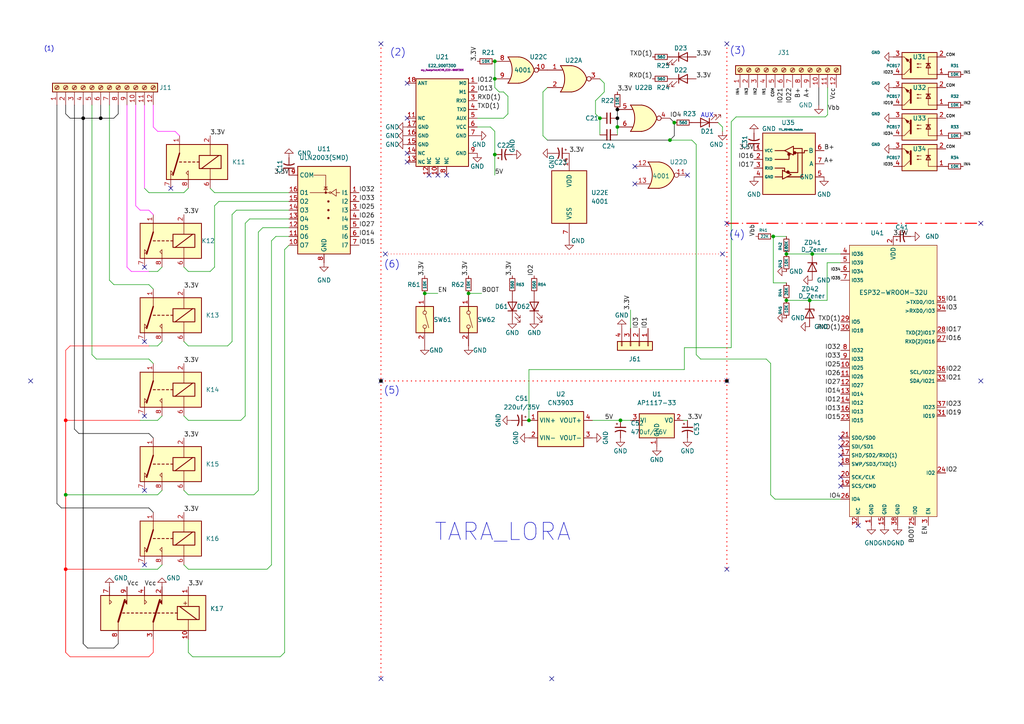
<source format=kicad_sch>
(kicad_sch (version 20250114) (generator "eeschema") (generator_version "9.0")
  (paper "A4")
  (text "TARA_LORA" (at 145.796 154.432 0) (effects (font (size 5 5))))
  (text "(3)" (at 211.582 16.002 0) (effects (font (size 2 2)) (justify left bottom)))
  (text "AUX\n" (at 203.2 34.29 0) (effects (font (size 1.27 1.27)) (justify left bottom)))
  (text "(6)\n" (at 116.078 77.978 0) (effects (font (size 2 2)) (justify right bottom)))
  (text "(1)" (at 12.7 14.986 0) (effects (font (size 1.27 1.27)) (justify left bottom)))
  (text "(2)" (at 113.03 16.51 0) (effects (font (size 2 2)) (justify left bottom)))
  (text "(4)\n" (at 216.154 69.342 0) (effects (font (size 2 2)) (justify right bottom)))
  (text "(5)\n" (at 111.252 114.554 0) (effects (font (size 2 2)) (justify left bottom)))
  (junction (at 153.416 121.92))
  (junction (at 143.51 44.831))
  (junction (at 173.99 34.29))
  (junction (at 19.05 143.51))
  (junction (at 234.823 87.122))
  (junction (at 143.51 22.86))
  (junction (at 19.05 165.1) (color 255 0 0 1))
  (junction (at 195.58 35.56))
  (junction (at 228.092 87.122))
  (junction (at 210.82 110.49) (color 0 0 0 1))
  (junction (at 29.21 34.29) (color 0 0 0 1))
  (junction (at 24.13 34.29) (color 0 0 0 1))
  (junction (at 224.282 68.58))
  (junction (at 123.19 85.09))
  (junction (at 179.07 36.83))
  (junction (at 135.89 85.09))
  (junction (at 179.959 121.92))
  (junction (at 194.31 40.64))
  (junction (at 179.07 31.75) (color 0 0 0 1))
  (junction (at 228.092 73.66))
  (junction (at 235.585 73.66))
  (junction (at 110.49 110.49) (color 0 0 0 1))
  (junction (at 19.05 121.92) (color 255 0 0 1))
  (junction (at 179.07 34.29) (color 0 0 0 1))
  (junction (at 143.51 17.78))
  (no_connect (at 110.49 12.7))
  (no_connect (at 210.82 165.1))
  (no_connect (at 41.91 77.47))
  (no_connect (at 111.76 73.66))
  (no_connect (at 8.89 110.49))
  (no_connect (at 209.55 73.66))
  (no_connect (at 243.84 132.08))
  (no_connect (at 110.49 196.85))
  (no_connect (at 210.82 12.7))
  (no_connect (at 118.11 34.29))
  (no_connect (at 210.82 64.77))
  (no_connect (at 248.92 152.4))
  (no_connect (at 284.48 110.49))
  (no_connect (at 124.46 50.8))
  (no_connect (at 243.84 129.54))
  (no_connect (at 129.54 50.8))
  (no_connect (at 243.84 138.43))
  (no_connect (at 160.02 196.85))
  (no_connect (at 41.91 120.65))
  (no_connect (at 199.39 50.8))
  (no_connect (at 127 50.8))
  (no_connect (at 210.82 110.49))
  (no_connect (at 243.84 140.97))
  (no_connect (at 41.91 99.06))
  (no_connect (at 118.11 44.45))
  (no_connect (at 49.53 54.61))
  (no_connect (at 110.49 110.49))
  (no_connect (at 184.15 53.34))
  (no_connect (at 243.84 134.62))
  (no_connect (at 243.84 127))
  (no_connect (at 118.11 46.99))
  (no_connect (at 184.15 48.26))
  (no_connect (at 284.48 64.77))
  (no_connect (at 41.91 163.83))
  (no_connect (at 118.11 24.13))
  (no_connect (at 41.91 142.24))
  (wire (pts (xy 71.12 64.77) (xy 71.12 120.65)))
  (wire (pts (xy 20.32 34.29) (xy 24.13 34.29)) (stroke (width 0) (color 0 0 0 1)))
  (wire (pts (xy 78.74 163.83) (xy 77.47 165.1)))
  (wire (pts (xy 72.39 63.5) (xy 83.82 63.5)))
  (wire (pts (xy 212.09 35.306) (xy 212.09 100.838)))
  (wire (pts (xy 43.18 100.33) (xy 20.32 100.33)) (stroke (width 0) (color 255 0 0 1)))
  (wire (pts (xy 209.55 36.83) (xy 209.55 38.1)))
  (wire (pts (xy 110.49 110.49) (xy 110.49 196.85)) (stroke (width 0.3) (type dot) (color 255 0 0 1)))
  (wire (pts (xy 123.19 85.09) (xy 127 85.09)))
  (wire (pts (xy 67.31 62.23) (xy 67.31 99.06)))
  (wire (pts (xy 19.05 165.1) (xy 19.05 189.23)) (stroke (width 0.2) (color 255 0 0 1)))
  (wire (pts (xy 24.13 34.29) (xy 29.21 34.29)) (stroke (width 0) (color 0 0 0 1)))
  (wire (pts (xy 138.43 34.29) (xy 146.05 34.29)))
  (wire (pts (xy 80.01 68.58) (xy 78.74 69.85)))
  (wire (pts (xy 143.51 38.1) (xy 143.51 44.831)))
  (wire (pts (xy 33.02 82.55) (xy 31.75 81.28)))
  (wire (pts (xy 173.99 22.86) (xy 175.26 24.13)))
  (wire (pts (xy 54.61 189.23) (xy 55.88 190.5)))
  (wire (pts (xy 138.43 36.83) (xy 142.24 36.83)))
  (wire (pts (xy 55.88 190.5) (xy 81.28 190.5)))
  (wire (pts (xy 198.501 100.838) (xy 198.501 107.188)))
  (wire (pts (xy 31.75 30.48) (xy 31.75 81.28)))
  (wire (pts (xy 40.64 60.96) (xy 39.37 59.69)) (stroke (width 0) (color 255 0 255 1)))
  (wire (pts (xy 224.282 68.58) (xy 228.092 68.58)))
  (wire (pts (xy 19.05 30.48) (xy 19.05 33.02)) (stroke (width 0) (color 0 0 0 1)))
  (wire (pts (xy 54.61 165.1) (xy 77.47 165.1)))
  (wire (pts (xy 195.58 35.56) (xy 195.58 39.37)) (stroke (width 0) (color 0 0 0 1)))
  (wire (pts (xy 34.29 33.02) (xy 34.29 30.48)) (stroke (width 0) (color 0 0 0 1)))
  (wire (pts (xy 54.61 121.92) (xy 69.85 121.92)))
  (wire (pts (xy 46.99 77.47) (xy 45.72 78.74)))
  (wire (pts (xy 17.78 147.32) (xy 16.51 146.05)) (stroke (width 0) (color 0 0 0 1)))
  (wire (pts (xy 29.21 34.29) (xy 29.21 30.48)) (stroke (width 0) (color 0 0 0 1)))
  (wire (pts (xy 24.13 34.29) (xy 24.13 186.69)) (stroke (width 0.2) (color 0 0 0 1)))
  (wire (pts (xy 82.55 189.23) (xy 81.28 190.5)))
  (wire (pts (xy 143.51 38.1) (xy 142.24 36.83)))
  (wire (pts (xy 195.58 39.37) (xy 194.31 40.64)) (stroke (width 0) (color 0 0 0 1)))
  (wire (pts (xy 43.18 60.96) (xy 40.64 60.96)) (stroke (width 0) (color 255 0 255 1)))
  (wire (pts (xy 76.2 66.04) (xy 83.82 66.04)))
  (wire (pts (xy 54.61 143.51) (xy 73.66 143.51)))
  (wire (pts (xy 182.88 95.25) (xy 182.88 89.916)))
  (wire (pts (xy 157.48 26.67) (xy 157.48 39.37)))
  (wire (pts (xy 111.76 73.66) (xy 209.55 73.66)) (stroke (width 0.2) (type dot) (color 255 0 0 1)))
  (wire (pts (xy 45.72 38.1) (xy 50.8 38.1)) (stroke (width 0) (color 255 0 255 1)))
  (wire (pts (xy 228.092 87.122) (xy 234.823 87.122)))
  (wire (pts (xy 175.26 24.13) (xy 175.26 26.67)))
  (wire (pts (xy 45.72 100.33) (xy 46.99 99.06)))
  (wire (pts (xy 36.83 30.48) (xy 36.83 77.47)) (stroke (width 0) (color 255 0 255 1)))
  (wire (pts (xy 43.18 82.55) (xy 33.02 82.55)))
  (wire (pts (xy 26.67 30.48) (xy 26.67 102.87)))
  (wire (pts (xy 63.5 58.42) (xy 83.82 58.42)))
  (wire (pts (xy 143.51 22.86) (xy 143.51 25.4)))
  (wire (pts (xy 200.66 40.64) (xy 201.93 41.91)))
  (wire (pts (xy 171.831 121.92) (xy 179.959 121.92)))
  (wire (pts (xy 146.05 34.29) (xy 147.32 33.02)))
  (wire (pts (xy 83.82 71.12) (xy 82.55 72.39)))
  (wire (pts (xy 67.31 99.06) (xy 66.04 100.33)))
  (wire (pts (xy 46.99 142.24) (xy 45.72 143.51)))
  (wire (pts (xy 44.45 83.82) (xy 43.18 82.55)))
  (wire (pts (xy 36.83 77.47) (xy 38.1 78.74)) (stroke (width 0) (color 255 0 255 1)))
  (wire (pts (xy 239.395 33.909) (xy 240.03 33.274)))
  (wire (pts (xy 19.05 101.6) (xy 19.05 121.92)) (stroke (width 0) (color 255 0 0 1)))
  (wire (pts (xy 76.2 66.04) (xy 74.93 67.31)))
  (wire (pts (xy 34.29 185.42) (xy 34.29 186.69)) (stroke (width 0) (color 0 0 0 1)))
  (wire (pts (xy 243.84 144.78) (xy 224.79 144.78)))
  (wire (pts (xy 44.45 185.42) (xy 44.45 189.23)) (stroke (width 0) (color 255 0 0 1)))
  (wire (pts (xy 147.32 27.94) (xy 147.32 33.02)))
  (wire (pts (xy 39.37 30.48) (xy 39.37 59.69)) (stroke (width 0) (color 255 0 255 1)))
  (wire (pts (xy 21.59 30.48) (xy 21.59 124.46)) (stroke (width 0) (color 0 0 0 1)))
  (wire (pts (xy 69.85 121.92) (xy 71.12 120.65)))
  (wire (pts (xy 53.34 55.88) (xy 43.18 55.88)))
  (wire (pts (xy 198.12 121.92) (xy 199.39 121.92)))
  (wire (pts (xy 44.45 127) (xy 43.18 125.73)) (stroke (width 0) (color 0 0 0 1)))
  (wire (pts (xy 239.395 33.909) (xy 213.487 33.909)))
  (wire (pts (xy 135.89 85.09) (xy 139.7 85.09)))
  (wire (pts (xy 40.64 121.92) (xy 19.05 121.92)) (stroke (width 0) (color 255 0 0 1)))
  (wire (pts (xy 143.51 44.831) (xy 143.51 50.8)))
  (wire (pts (xy 210.82 110.49) (xy 210.82 165.1)) (stroke (width 0.3) (type dot) (color 255 0 0 1)))
  (wire (pts (xy 16.51 30.48) (xy 16.51 146.05)) (stroke (width 0) (color 0 0 0 1)))
  (wire (pts (xy 68.58 60.96) (xy 83.82 60.96)))
  (wire (pts (xy 234.823 87.122) (xy 239.903 87.122)))
  (wire (pts (xy 40.64 121.92) (xy 45.72 121.92)))
  (wire (pts (xy 212.09 100.838) (xy 198.501 100.838)))
  (wire (pts (xy 53.34 120.65) (xy 54.61 121.92)))
  (wire (pts (xy 237.49 25.4) (xy 237.49 30.48)) (stroke (width 0) (color 0 0 0 1)))
  (wire (pts (xy 53.34 99.06) (xy 54.61 100.33)))
  (wire (pts (xy 44.45 189.23) (xy 43.18 190.5)) (stroke (width 0) (color 255 0 0 1)))
  (wire (pts (xy 208.28 35.56) (xy 209.55 36.83)))
  (wire (pts (xy 213.487 33.909) (xy 212.09 35.306)))
  (wire (pts (xy 235.585 73.66) (xy 243.84 73.66)))
  (wire (pts (xy 54.61 54.61) (xy 53.34 55.88)))
  (wire (pts (xy 153.416 107.188) (xy 198.501 107.188)))
  (wire (pts (xy 19.05 33.02) (xy 20.32 34.29)) (stroke (width 0) (color 0 0 0 1)))
  (wire (pts (xy 179.07 34.29) (xy 179.07 36.83)) (stroke (width 0) (color 0 0 0 1)))
  (wire (pts (xy 224.79 144.78) (xy 223.52 143.51)))
  (wire (pts (xy 222.25 104.14) (xy 223.52 105.41)))
  (wire (pts (xy 34.29 186.69) (xy 33.02 187.96)) (stroke (width 0) (color 0 0 0 1)))
  (wire (pts (xy 38.1 78.74) (xy 43.18 78.74)) (stroke (width 0) (color 255 0 255 1)))
  (wire (pts (xy 74.93 142.24) (xy 73.66 143.51)))
  (wire (pts (xy 153.416 121.92) (xy 153.416 107.188)))
  (wire (pts (xy 43.18 100.33) (xy 45.72 100.33)))
  (wire (pts (xy 24.13 186.69) (xy 25.4 187.96)) (stroke (width 0) (color 0 0 0 1)))
  (wire (pts (xy 68.58 60.96) (xy 67.31 62.23)))
  (wire (pts (xy 34.29 33.02) (xy 33.02 34.29)) (stroke (width 0) (color 0 0 0 1)))
  (wire (pts (xy 43.18 104.14) (xy 27.94 104.14)))
  (wire (pts (xy 72.39 63.5) (xy 71.12 64.77)))
  (wire (pts (xy 41.91 54.61) (xy 41.91 30.48)) (stroke (width 0) (color 255 0 255 1)))
  (wire (pts (xy 19.05 121.92) (xy 19.05 143.51)) (stroke (width 0.2) (color 255 0 0 1)))
  (wire (pts (xy 54.61 78.74) (xy 53.34 77.47)))
  (wire (pts (xy 19.05 143.51) (xy 45.72 143.51)))
  (wire (pts (xy 62.23 59.69) (xy 62.23 77.47)))
  (wire (pts (xy 27.94 104.14) (xy 26.67 102.87)))
  (wire (pts (xy 172.72 33.02) (xy 172.72 29.21)))
  (wire (pts (xy 53.34 142.24) (xy 54.61 143.51)))
  (wire (pts (xy 210.82 12.7) (xy 210.82 110.49)) (stroke (width 0.3) (type dot) (color 255 0 0 1)))
  (wire (pts (xy 22.86 125.73) (xy 21.59 124.46)) (stroke (width 0) (color 0 0 0 1)))
  (wire (pts (xy 62.23 77.47) (xy 60.96 78.74)))
  (wire (pts (xy 20.32 100.33) (xy 19.05 101.6)) (stroke (width 0) (color 255 0 0 1)))
  (wire (pts (xy 54.61 185.42) (xy 54.61 189.23)))
  (wire (pts (xy 80.01 68.58) (xy 83.82 68.58)))
  (wire (pts (xy 82.55 72.39) (xy 82.55 189.23)))
  (wire (pts (xy 43.18 147.32) (xy 17.78 147.32)) (stroke (width 0) (color 0 0 0 1)))
  (wire (pts (xy 110.49 110.49) (xy 210.82 110.49)) (stroke (width 0.3) (type dot) (color 255 0 0 1)))
  (wire (pts (xy 74.93 67.31) (xy 74.93 142.24)))
  (wire (pts (xy 54.61 78.74) (xy 60.96 78.74)))
  (wire (pts (xy 239.903 87.122) (xy 239.903 76.2)))
  (wire (pts (xy 43.18 78.74) (xy 45.72 78.74)))
  (wire (pts (xy 146.05 26.67) (xy 147.32 27.94)))
  (wire (pts (xy 25.4 187.96) (xy 33.02 187.96)) (stroke (width 0) (color 0 0 0 1)))
  (wire (pts (xy 110.49 12.7) (xy 110.49 110.49)) (stroke (width 0.3) (type dot) (color 255 0 0 1)))
  (wire (pts (xy 44.45 62.23) (xy 43.18 60.96)) (stroke (width 0) (color 255 0 255 1)))
  (wire (pts (xy 173.99 34.29) (xy 172.72 33.02)))
  (wire (pts (xy 78.74 69.85) (xy 78.74 163.83)))
  (wire (pts (xy 194.31 40.64) (xy 200.66 40.64)))
  (wire (pts (xy 43.18 55.88) (xy 41.91 54.61)))
  (wire (pts (xy 40.64 165.1) (xy 45.72 165.1)))
  (wire (pts (xy 194.31 34.29) (xy 195.58 35.56)) (stroke (width 0) (color 0 0 0 1)))
  (wire (pts (xy 210.82 64.77) (xy 284.48 64.77)) (stroke (width 0.3) (type dash_dot) (color 255 0 0 1)))
  (wire (pts (xy 54.61 100.33) (xy 66.04 100.33)))
  (wire (pts (xy 179.07 36.83) (xy 179.07 39.116)))
  (wire (pts (xy 179.07 31.75) (xy 179.07 34.29)) (stroke (width 0) (color 0 0 0 1)))
  (wire (pts (xy 143.51 17.78) (xy 143.51 22.86)))
  (wire (pts (xy 158.75 40.64) (xy 194.31 40.64)) (stroke (width 0) (color 0 0 0 1)))
  (wire (pts (xy 179.959 121.92) (xy 182.88 121.92)))
  (wire (pts (xy 158.75 25.4) (xy 157.48 26.67)))
  (wire (pts (xy 203.2 104.14) (xy 222.25 104.14)))
  (wire (pts (xy 45.72 38.1) (xy 44.45 36.83)) (stroke (width 0) (color 255 0 255 1)))
  (wire (pts (xy 157.48 39.37) (xy 158.75 40.64)))
  (wire (pts (xy 228.092 73.66) (xy 235.585 73.66)))
  (wire (pts (xy 43.18 125.73) (xy 22.86 125.73)) (stroke (width 0) (color 0 0 0 1)))
  (wire (pts (xy 62.23 55.88) (xy 83.82 55.88)))
  (wire (pts (xy 201.93 102.87) (xy 203.2 104.14)))
  (wire (pts (xy 144.78 26.67) (xy 146.05 26.67)))
  (wire (pts (xy 201.93 41.91) (xy 201.93 102.87)))
  (wire (pts (xy 224.282 82.042) (xy 224.282 68.58)))
  (wire (pts (xy 43.18 190.5) (xy 20.32 190.5)) (stroke (width 0) (color 255 0 0 1)))
  (wire (pts (xy 173.99 34.29) (xy 173.99 39.116)))
  (wire (pts (xy 223.52 105.41) (xy 223.52 143.51)))
  (wire (pts (xy 228.092 82.042) (xy 224.282 82.042)))
  (wire (pts (xy 239.903 76.2) (xy 243.84 76.2)))
  (wire (pts (xy 50.8 38.1) (xy 52.07 39.37)) (stroke (width 0) (color 255 0 255 1)))
  (wire (pts (xy 45.72 121.92) (xy 46.99 120.65)))
  (wire (pts (xy 45.72 165.1) (xy 46.99 163.83)))
  (wire (pts (xy 143.51 25.4) (xy 144.78 26.67)))
  (wire (pts (xy 20.32 190.5) (xy 19.05 189.23)) (stroke (width 0) (color 255 0 0 1)))
  (wire (pts (xy 19.05 143.51) (xy 19.05 165.1)) (stroke (width 0.2) (color 255 0 0 1)))
  (wire (pts (xy 63.5 58.42) (xy 62.23 59.69)))
  (wire (pts (xy 240.03 25.4) (xy 240.03 33.274)))
  (wire (pts (xy 29.21 34.29) (xy 33.02 34.29)) (stroke (width 0) (color 0 0 0 1)))
  (wire (pts (xy 44.45 105.41) (xy 43.18 104.14)))
  (wire (pts (xy 44.45 36.83) (xy 44.45 30.48)) (stroke (width 0) (color 255 0 255 1)))
  (wire (pts (xy 172.72 29.21) (xy 175.26 26.67)))
  (wire (pts (xy 40.64 165.1) (xy 19.05 165.1)) (stroke (width 0) (color 255 0 0 1)))
  (wire (pts (xy 44.45 148.59) (xy 43.18 147.32)) (stroke (width 0) (color 0 0 0 1)))
  (wire (pts (xy 60.96 54.61) (xy 62.23 55.88)))
  (wire (pts (xy 24.13 34.29) (xy 24.13 30.48)) (stroke (width 0) (color 0 0 0 1)))
  (wire (pts (xy 53.34 163.83) (xy 54.61 165.1)))
  (label "COM" (at 274.32 25.4 0) (effects (font (size 0.8 0.8))))
  (label "B+" (at 232.41 25.4 270))
  (label "IO2" (at 154.94 80.01 90))
  (label "IO16" (at 274.32 99.06 0))
  (label "IO35" (at 243.84 81.28 180) (effects (font (size 0.8 0.8))))
  (label "IO33" (at 243.84 104.14 180))
  (label "3.3V" (at 135.89 80.01 90))
  (label "IO32" (at 243.84 101.6 180))
  (label "IO22" (at 274.32 107.95 0))
  (label "IO1" (at 187.96 95.25 90))
  (label "3.3V" (at 138.43 17.78 90))
  (label "IO13" (at 243.84 119.38 180))
  (label "Vcc" (at 41.91 170.18 0))
  (label "Vbb" (at 240.03 32.258 0))
  (label "EN" (at 269.24 152.4 270))
  (label "IO4" (at 194.31 34.29 0))
  (label "TXD(1)" (at 189.23 16.51 180))
  (label "IO19" (at 259.08 30.48 180) (effects (font (size 0.8 0.8))))
  (label "IO27" (at 243.84 111.76 180))
  (label "IO22" (at 229.87 25.4 270))
  (label "IN3" (at 217.17 25.4 270) (effects (font (size 0.8 0.8))))
  (label "3.3V" (at 83.82 50.8 180))
  (label "IO23" (at 259.08 21.59 180) (effects (font (size 0.8 0.8))))
  (label "IO25" (at 243.84 106.68 180))
  (label "Vcc" (at 242.57 25.4 270))
  (label "IO3" (at 274.32 90.17 0))
  (label "5V" (at 143.51 50.8 0))
  (label "3.3V" (at 148.59 80.01 90))
  (label "IO32" (at 104.14 55.88 0))
  (label "3.3V" (at 182.88 89.916 90))
  (label "IO16" (at 218.694 46.228 180))
  (label "BOOT" (at 139.7 85.09 0))
  (label "IN4" (at 214.63 25.4 270) (effects (font (size 0.8 0.8))))
  (label "COM" (at 274.32 16.51 0) (effects (font (size 0.8 0.8))))
  (label "3.3V" (at 53.34 148.59 0))
  (label "3.3V" (at 54.61 170.18 0))
  (label "5V" (at 175.387 121.92 0))
  (label "3.3V" (at 60.96 39.37 0))
  (label "IO34" (at 243.84 78.74 180) (effects (font (size 0.8 0.8))))
  (label "IN1" (at 222.25 25.4 270) (effects (font (size 0.8 0.8))))
  (label "RXD(1)" (at 138.43 29.21 0))
  (label "3.3V" (at 259.08 68.58 0))
  (label "Vbb" (at 219.202 68.58 90))
  (label "B+" (at 239.014 43.688 0))
  (label "3.3V" (at 199.39 121.92 0))
  (label "3.3V" (at 218.694 43.688 180))
  (label "IO27" (at 104.14 66.04 0))
  (label "IO33" (at 104.14 58.42 0))
  (label "IO15" (at 243.84 121.92 180))
  (label "IO15" (at 104.14 71.12 0))
  (label "IO2" (at 274.32 137.16 0))
  (label "IN2" (at 279.4 30.48 0) (effects (font (size 0.8 0.8))))
  (label "IO14" (at 104.14 68.58 0))
  (label "3.3V" (at 53.34 62.23 0))
  (label "IO25" (at 104.14 60.96 0))
  (label "TXD(1)" (at 243.84 93.345 180))
  (label "IO17" (at 274.32 96.52 0))
  (label "3.3V" (at 123.19 80.01 90))
  (label "IO26" (at 243.84 109.22 180))
  (label "IO26" (at 104.14 63.5 0))
  (label "IO17" (at 218.694 48.768 180))
  (label "A+" (at 234.95 25.4 270))
  (label "IO3" (at 185.42 95.25 90))
  (label "IO12" (at 138.43 24.13 0))
  (label "COM" (at 274.32 43.18 0) (effects (font (size 0.8 0.8))))
  (label "COM" (at 224.79 25.4 270) (effects (font (size 0.8 0.8))))
  (label "IO1" (at 274.32 87.63 0))
  (label "IO34" (at 259.08 39.37 180) (effects (font (size 0.8 0.8))))
  (label "COM" (at 274.32 34.29 0) (effects (font (size 0.8 0.8))))
  (label "IO19" (at 274.32 120.65 0))
  (label "IO13" (at 138.43 26.67 0))
  (label "TXD(1)" (at 138.43 31.75 0))
  (label "A+" (at 239.014 47.498 0))
  (label "3.3V" (at 201.93 16.51 0))
  (label "3.3V" (at 165.1 44.45 0))
  (label "IO21" (at 227.33 25.4 270))
  (label "Vcc" (at 36.83 170.18 0))
  (label "IO14" (at 243.84 114.3 180))
  (label "3.3V" (at 53.34 83.82 0))
  (label "IN4" (at 279.4 48.26 0) (effects (font (size 0.8 0.8))))
  (label "3.3V" (at 53.34 105.41 0))
  (label "IN3" (at 279.4 39.37 0) (effects (font (size 0.8 0.8))))
  (label "BOOT" (at 265.43 152.4 270))
  (label "IO35" (at 259.08 48.26 180) (effects (font (size 0.8 0.8))))
  (label "3.3V" (at 179.07 26.67 0))
  (label "IN1" (at 279.4 21.59 0) (effects (font (size 0.8 0.8))))
  (label "IO4" (at 243.84 144.78 180))
  (label "RXD(1)" (at 189.23 22.86 180))
  (label "IO21" (at 274.32 110.49 0))
  (label "3.3V" (at 53.34 127 0))
  (label "RXD(1)" (at 243.84 95.885 180))
  (label "IN2" (at 219.71 25.4 270) (effects (font (size 0.8 0.8))))
  (label "IO12" (at 243.84 116.84 180))
  (label "3.3V" (at 201.93 22.86 0))
  (label "EN" (at 127 85.09 0))
  (label "IO23" (at 274.32 118.11 0))
  (symbol (lib_id "Device:R_Small") (at 228.092 71.12 180) (unit 1)
    (property "Reference" "R42" (at 226.314 70.231 90) (effects (font (size 0.8 0.8)) (justify left)))
    (property "Value" "180K" (at 228.092 69.85 90) (effects (font (size 0.8 0.8)) (justify left)))
    (property "Footprint" "Resistor_SMD:R_0805_2012Metric" (effects (hide yes)))
  )
  (symbol (lib_id "Device:R_Small") (at 228.092 76.2 180) (unit 1)
    (property "Reference" "R43" (at 226.314 75.311 90) (effects (font (size 0.8 0.8)) (justify left)))
    (property "Value" "10K" (at 228.092 74.93 90) (effects (font (size 0.8 0.8)) (justify left)))
    (property "Footprint" "Resistor_SMD:R_0805_2012Metric" (effects (hide yes)))
  )
  (symbol (lib_id "Device:R_Small") (at 191.77 16.51 90) (unit 1)
    (property "Reference" "R25" (at 194.31 19.05 90) (effects (justify left)))
    (property "Value" "560" (at 193.04 16.51 90) (effects (font (size 0.8 0.8)) (justify left)))
    (property "Footprint" "Resistor_SMD:R_0805_2012Metric" (effects (hide yes)))
  )
  (symbol (lib_id "Device:LED") (at 204.47 35.56 180) (unit 1)
    (property "Reference" "D21" (at 203.2 38.1 0) (effects (justify right)))
    (property "Value" "LED" (effects (hide yes)))
    (property "Footprint" "LED_SMD:LED_0805_2012Metric" (effects (hide yes)))
  )
  (symbol (lib_id "Device:R_Small") (at 140.97 17.78 270) (unit 1)
    (property "Reference" "R21" (at 139.7 15.24 90) (effects (justify left)))
    (property "Value" "10K" (at 139.7 17.78 90) (effects (font (size 0.8 0.8)) (justify left)))
    (property "Footprint" "Resistor_SMD:R_0805_2012Metric" (effects (hide yes)))
  )
  (symbol (lib_id "Device:C_Polarized_Small_US") (at 150.876 121.92 270) (unit 1)
    (property "Reference" "C51" (at 151.3078 115.57 90))
    (property "Value" "220uf/35V" (at 151.3078 118.11 90))
    (property "Footprint" "Capacitor_THT:CP_Radial_D8.0mm_P5.00mm" (effects (hide yes)))
  )
  (symbol (lib_id "1_MyDevice:TTL_RS485_Module") (at 228.854 46.228 0) (unit 1)
    (property "Reference" "U35" (at 228.6 35.56 0))
    (property "Value" "TTL_RS485_Module" (at 229.362 37.592 0) (effects (font (size 0.5 0.5))))
    (property "Footprint" "my_footprint:RS485-TTL" (effects (hide yes)))
    (property "Datasheet" "http://www.st.com/resource/en/datasheet/st485eb.pdf" (effects (hide yes)))
  )
  (symbol (lib_id "power:GND") (at 148.336 121.92 270) (unit 1)
    (property "Reference" "#PWR0125" (effects (hide yes)))
    (property "Value" "GND" (at 144.526 121.92 0))
  )
  (symbol (lib_id "Device:R_Small") (at 228.092 89.662 180) (unit 1)
    (property "Reference" "R45" (at 226.314 88.773 90) (effects (font (size 0.8 0.8)) (justify left)))
    (property "Value" "10K" (at 228.092 88.392 90) (effects (font (size 0.8 0.8)) (justify left)))
    (property "Footprint" "Resistor_SMD:R_0805_2012Metric" (effects (hide yes)))
  )
  (symbol (lib_id "Device:C_Polarized_Small_US") (at 146.05 44.831 90) (unit 1)
    (property "Reference" "C22" (at 146.05 42.164 90))
    (property "Value" "100nF" (effects (hide yes)))
    (property "Footprint" "Capacitor_SMD:C_0805_2012Metric" (effects (hide yes)))
  )
  (symbol (lib_id "Device:R_Small") (at 276.86 48.26 90) (unit 1)
    (property "Reference" "R34" (at 278.13 45.72 90) (effects (font (size 0.8 0.8)) (justify left)))
    (property "Value" "10K" (at 278.13 48.26 90) (effects (font (size 0.8 0.8)) (justify left)))
    (property "Footprint" "Resistor_SMD:R_0805_2012Metric" (effects (hide yes)))
  )
  (symbol (lib_name "CN3903_1") (lib_id "1_MyDevice:CN3903") (at 162.306 124.46 0) (unit 1)
    (property "Reference" "U2" (at 162.6235 114.3 0))
    (property "Value" "CN3903" (at 162.6235 116.84 0))
    (property "Footprint" "my_footprint:DCDC5V" (effects (hide yes)))
    (property "Datasheet" "https://www.mikroelec.com/product/373/5v-30v-to-5v-dc-dc-3a-fixed-output-mini-buck-step-down-converter-board-module-voltage-regulator-pcb-" (effects (hide yes)))
  )
  (symbol (lib_id "Device:R_Small") (at 191.77 22.86 90) (unit 1)
    (property "Reference" "R24" (at 194.31 25.4 90) (effects (justify left)))
    (property "Value" "560" (at 193.04 22.86 90) (effects (font (size 0.8 0.8)) (justify left)))
    (property "Footprint" "Resistor_SMD:R_0805_2012Metric" (effects (hide yes)))
  )
  (symbol (lib_id "Device:C_Polarized_Small_US") (at 83.82 48.26 180) (unit 1)
    (property "Reference" "C11" (at 81.153 48.26 90))
    (property "Value" "100nF" (effects (hide yes)))
    (property "Footprint" "Capacitor_SMD:C_0805_2012Metric" (effects (hide yes)))
  )
  (symbol (lib_id "power:GND") (at 256.54 152.4 0) (unit 1)
    (property "Reference" "#PWR0104" (effects (hide yes)))
    (property "Value" "GND" (at 256.54 157.48 0))
  )
  (symbol (lib_id "power:GND") (at 148.59 92.71 0) (unit 1)
    (property "Reference" "#PWR0130" (effects (hide yes)))
    (property "Value" "GND" (at 146.558 96.52 0) (effects (justify left)))
  )
  (symbol (lib_id "Device:D_Zener") (at 235.585 77.47 270) (unit 1)
    (property "Reference" "ZD41" (at 233.172 70.358 90) (effects (justify left)))
    (property "Value" "D_Zener" (at 232.283 72.39 90) (effects (justify left)))
    (property "Footprint" "Diode_SMD:D_SOD-123" (effects (hide yes)))
  )
  (symbol (lib_id "power:GND") (at 252.73 152.4 0) (unit 1)
    (property "Reference" "#PWR0105" (effects (hide yes)))
    (property "Value" "GND" (at 252.73 157.48 0))
  )
  (symbol (lib_id "Device:R_Small") (at 148.59 82.55 0) (unit 1)
    (property "Reference" "R63" (at 149.606 82.55 0) (effects (font (size 0.8 0.8)) (justify left)))
    (property "Value" "560" (at 148.59 83.82 90) (effects (font (size 0.8 0.8)) (justify left)))
    (property "Footprint" "Resistor_SMD:R_0805_2012Metric" (effects (hide yes)))
  )
  (symbol (lib_id "power:GND") (at 190.5 129.54 0) (unit 1)
    (property "Reference" "#PWR0122" (effects (hide yes)))
    (property "Value" "GND" (at 190.5 133.35 0))
  )
  (symbol (lib_id "1_MyDevice:ESP32-WROOM-32U") (at 259.08 116.84 0) (unit 1)
    (property "Reference" "U41" (at 252.476 67.564 0) (effects (justify left)))
    (property "Value" "ESP32-WROOM-32U" (at 249.174 84.836 0) (effects (justify left)))
    (property "Footprint" "my_footprint:ESP32-WROOM-32U" (effects (hide yes)))
    (property "Datasheet" "https://www.espressif.com/sites/default/files/documentation/esp32-wroom-32d_esp32-wroom-32u_datasheet_en.pdf" (effects (hide yes)))
  )
  (symbol (lib_id "Connector_Generic:Conn_01x04") (at 185.42 100.33 270) (unit 1)
    (property "Reference" "J61" (at 184.15 104.14 90))
    (property "Value" "Conn_01x04" (effects (hide yes)))
    (property "Footprint" "Connector_PinHeader_2.54mm:PinHeader_1x04_P2.54mm_Horizontal" (effects (hide yes)))
  )
  (symbol (lib_id "Isolator:PC817") (at 266.7 45.72 180) (unit 1)
    (property "Reference" "U34" (at 266.7 43.18 0))
    (property "Value" "PC817" (at 259.08 45.72 0) (effects (font (size 0.8 0.8))))
    (property "Footprint" "Package_DIP:DIP-4_W7.62mm" (effects (hide yes)))
    (property "Datasheet" "http://www.soselectronic.cz/a_info/resource/d/pc817.pdf" (effects (hide yes)))
  )
  (symbol (lib_id "power:GND") (at 228.092 78.74 270) (unit 1)
    (property "Reference" "#PWR0136" (effects (hide yes)))
    (property "Value" "GND" (at 228.854 78.7399 90) (effects (justify left)))
  )
  (symbol (lib_id "Isolator:PC817") (at 266.7 36.83 180) (unit 1)
    (property "Reference" "U33" (at 266.7 34.29 0))
    (property "Value" "PC817" (at 259.08 36.83 0) (effects (font (size 0.8 0.8))))
    (property "Footprint" "Package_DIP:DIP-4_W7.62mm" (effects (hide yes)))
    (property "Datasheet" "http://www.soselectronic.cz/a_info/resource/d/pc817.pdf" (effects (hide yes)))
  )
  (symbol (lib_id "Device:R_Small") (at 135.89 82.55 0) (unit 1)
    (property "Reference" "R62" (at 130.81 82.55 0) (effects (justify left)))
    (property "Value" "10K" (at 135.89 83.82 90) (effects (font (size 0.8 0.8)) (justify left)))
    (property "Footprint" "Resistor_SMD:R_0805_2012Metric" (effects (hide yes)))
  )
  (symbol (lib_id "power:GND") (at 135.89 100.33 0) (unit 1)
    (property "Reference" "#PWR0129" (effects (hide yes)))
    (property "Value" "GND" (at 137.16 101.6 0) (effects (justify left)))
  )
  (symbol (lib_id "power:GND") (at 260.35 152.4 0) (unit 1)
    (property "Reference" "#PWR0106" (effects (hide yes)))
    (property "Value" "GND" (at 260.35 157.48 0))
  )
  (symbol (lib_name "HRS1H-S-DC3V_1") (lib_id "1_MyDevice:HRS1H-S-DC3V") (at 48.26 113.03 180) (unit 1)
    (property "Reference" "K14" (at 59.69 113.03 0) (effects (justify right)))
    (property "Value" "HRS1H-S-DC3V" (effects (hide yes)))
    (property "Footprint" "my_footprint:HRS1H-S-DC3V" (effects (hide yes)))
    (property "Datasheet" "https://standexelectronics.com/wp-content/uploads/datasheet_reed_relay_DIP.pdf" (effects (hide yes)))
  )
  (symbol (lib_id "4xxx:4001") (at 165.1 57.15 0) (unit 5)
    (property "Reference" "U22" (at 171.45 55.8799 0) (effects (justify left)))
    (property "Value" "4001" (at 171.45 58.4199 0) (effects (justify left)))
    (property "Footprint" "Package_SO:SO-14_3.9x8.65mm_P1.27mm" (effects (hide yes)))
    (property "Datasheet" "http://www.intersil.com/content/dam/Intersil/documents/cd40/cd4000bms-01bms-02bms-25bms.pdf" (effects (hide yes)))
  )
  (symbol (lib_id "power:GND") (at 46.99 170.18 180) (unit 1)
    (property "Reference" "#PWR0102" (effects (hide yes)))
    (property "Value" "GND" (at 48.26 167.64 0) (effects (justify right)))
  )
  (symbol (lib_id "Transistor_Array:ULN2003(SMD)") (at 93.98 60.96 0) (mirror y) (unit 1)
    (property "Reference" "U11" (at 93.98 43.18 0))
    (property "Value" "ULN2003(SMD)" (at 93.98 45.72 0))
    (property "Footprint" "Package_SO:SO-16_3.9x9.9mm_P1.27mm" (effects (hide yes)))
    (property "Datasheet" "http://www.ti.com/lit/ds/symlink/uln2003a.pdf" (effects (hide yes)))
  )
  (symbol (lib_id "Device:LED") (at 154.94 88.9 90) (unit 1)
    (property "Reference" "D62" (at 149.86 88.9 90) (effects (justify right)))
    (property "Value" "LED" (effects (hide yes)))
    (property "Footprint" "LED_SMD:LED_0805_2012Metric" (effects (hide yes)))
  )
  (symbol (lib_id "power:GND") (at 83.82 45.72 180) (unit 1)
    (property "Reference" "#PWR0134" (effects (hide yes)))
    (property "Value" "GND" (at 86.233 44.4499 0) (effects (justify right)))
  )
  (symbol (lib_id "power:GND") (at 118.11 39.37 270) (unit 1)
    (property "Reference" "#PWR0109" (effects (hide yes)))
    (property "Value" "GND" (at 111.76 39.37 90) (effects (justify left)))
  )
  (symbol (lib_id "Device:C_Polarized_Small_US") (at 261.62 68.58 90) (unit 1)
    (property "Reference" "C41" (at 261.62 65.913 90))
    (property "Value" "100nF" (effects (hide yes)))
    (property "Footprint" "Capacitor_SMD:C_0805_2012Metric" (effects (hide yes)))
  )
  (symbol (lib_id "Device:C_Small") (at 176.53 34.29 90) (unit 1)
    (property "Reference" "C21" (at 171.704 34.29 90))
    (property "Value" "47uf/50V" (effects (hide yes)))
    (property "Footprint" "Capacitor_THT:CP_Radial_D6.3mm_P2.50mm" (effects (hide yes)))
  )
  (symbol (lib_id "Isolator:PC817") (at 266.7 27.94 180) (unit 1)
    (property "Reference" "U32" (at 266.7 25.4 0))
    (property "Value" "PC817" (at 259.08 27.94 0) (effects (font (size 0.8 0.8))))
    (property "Footprint" "Package_DIP:DIP-4_W7.62mm" (effects (hide yes)))
    (property "Datasheet" "http://www.soselectronic.cz/a_info/resource/d/pc817.pdf" (effects (hide yes)))
  )
  (symbol (lib_id "power:GND") (at 148.59 44.831 90) (unit 1)
    (property "Reference" "#PWR0128" (effects (hide yes)))
    (property "Value" "GND" (at 148.59 42.291 0))
  )
  (symbol (lib_id "power:GND") (at 153.416 127 270) (unit 1)
    (property "Reference" "#PWR0121" (effects (hide yes)))
    (property "Value" "GND" (at 149.606 127 0))
  )
  (symbol (lib_id "Device:C_Small") (at 176.53 39.116 90) (unit 1)
    (property "Reference" "C24" (at 176.53 42.418 90))
    (property "Value" "47uf/50V" (effects (hide yes)))
    (property "Footprint" "Capacitor_SMD:C_0805_2012Metric" (effects (hide yes)))
  )
  (symbol (lib_id "1_MyDevice:HRS2H-S-DC3V") (at 44.45 177.8 0) (mirror y) (unit 1)
    (property "Reference" "K17" (at 60.96 176.5299 0) (effects (justify right)))
    (property "Value" "HRS2H-S-DC3V" (effects (hide yes)))
    (property "Footprint" "my_footprint:HRS2H-S-DC3V" (effects (hide yes)))
    (property "Datasheet" "http://www.azettler.com/pdfs/az850.pdf" (effects (hide yes)))
  )
  (symbol (lib_name "HRS1H-S-DC3V_1") (lib_id "1_MyDevice:HRS1H-S-DC3V") (at 48.26 91.44 180) (unit 1)
    (property "Reference" "K13" (at 59.69 91.44 0) (effects (justify right)))
    (property "Value" "HRS1H-S-DC3V" (effects (hide yes)))
    (property "Footprint" "my_footprint:HRS1H-S-DC3V" (effects (hide yes)))
    (property "Datasheet" "https://standexelectronics.com/wp-content/uploads/datasheet_reed_relay_DIP.pdf" (effects (hide yes)))
  )
  (symbol (lib_name "HRS1H-S-DC3V_1") (lib_id "1_MyDevice:HRS1H-S-DC3V") (at 48.26 156.21 180) (unit 1)
    (property "Reference" "K16" (at 59.69 156.21 0) (effects (justify right)))
    (property "Value" "HRS1H-S-DC3V" (effects (hide yes)))
    (property "Footprint" "my_footprint:HRS1H-S-DC3V" (effects (hide yes)))
    (property "Datasheet" "https://standexelectronics.com/wp-content/uploads/datasheet_reed_relay_DIP.pdf" (effects (hide yes)))
  )
  (symbol (lib_id "Connector:Screw_Terminal_01x12") (at 29.21 25.4 90) (unit 1)
    (property "Reference" "J11" (at 48.006 25.4 90))
    (property "Value" "Screw_Terminal_01x12" (effects (hide yes)))
    (property "Footprint" "TerminalBlock_Phoenix:TerminalBlock_Phoenix_MKDS-1,5-12-5.08_1x12_P5.08mm_Horizontal" (effects (hide yes)))
  )
  (symbol (lib_id "Switch:SW_DIP_x01") (at 135.89 92.71 270) (unit 1)
    (property "Reference" "SW62" (at 138.43 92.71 90) (effects (justify left)))
    (property "Value" "SW_DIP_x01" (effects (hide yes)))
    (property "Footprint" "Button_Switch_THT:SW_PUSH_6mm_H4.3mm" (effects (hide yes)))
  )
  (symbol (lib_id "power:GND") (at 118.11 36.83 270) (unit 1)
    (property "Reference" "#PWR0110" (effects (hide yes)))
    (property "Value" "GND" (at 111.76 36.83 90) (effects (justify left)))
  )
  (symbol (lib_id "Device:D_Zener") (at 234.823 90.932 270) (unit 1)
    (property "Reference" "ZD42" (at 232.41 83.82 90) (effects (justify left)))
    (property "Value" "D_Zener" (at 231.521 85.852 90) (effects (justify left)))
    (property "Footprint" "Diode_SMD:D_SOD-123" (effects (hide yes)))
  )
  (symbol (lib_id "Device:LED") (at 148.59 88.9 90) (unit 1)
    (property "Reference" "D61" (at 143.51 88.9 90) (effects (justify right)))
    (property "Value" "LED" (effects (hide yes)))
    (property "Footprint" "LED_SMD:LED_0805_2012Metric" (effects (hide yes)))
  )
  (symbol (lib_id "4xxx:4001") (at 186.69 34.29 0) (unit 2)
    (property "Reference" "U22" (at 186.69 25.4 0))
    (property "Value" "4001" (effects (hide yes)))
    (property "Footprint" "Package_SO:SO-14_3.9x8.65mm_P1.27mm" (effects (hide yes)))
    (property "Datasheet" "http://www.intersil.com/content/dam/Intersil/documents/cd40/cd4000bms-01bms-02bms-25bms.pdf" (effects (hide yes)))
  )
  (symbol (lib_id "Device:R_Small") (at 154.94 82.55 0) (unit 1)
    (property "Reference" "R64" (at 155.956 82.55 0) (effects (font (size 0.8 0.8)) (justify left)))
    (property "Value" "560" (at 154.94 83.82 90) (effects (font (size 0.8 0.8)) (justify left)))
    (property "Footprint" "Resistor_SMD:R_0805_2012Metric" (effects (hide yes)))
  )
  (symbol (lib_id "power:GND") (at 179.959 127 0) (unit 1)
    (property "Reference" "#PWR0126" (effects (hide yes)))
    (property "Value" "GND" (at 179.959 130.81 0))
  )
  (symbol (lib_id "power:GND") (at 123.19 100.33 0) (unit 1)
    (property "Reference" "#PWR0131" (effects (hide yes)))
    (property "Value" "GND" (at 124.46 101.6 0) (effects (justify left)))
  )
  (symbol (lib_id "power:GND") (at 234.823 94.742 270) (unit 1)
    (property "Reference" "#PWR?" (effects (hide yes)))
    (property "Value" "GND" (at 236.093 94.7419 90) (effects (justify left)))
  )
  (symbol (lib_name "HRS1H-S-DC3V_1") (lib_id "1_MyDevice:HRS1H-S-DC3V") (at 48.26 69.85 180) (unit 1)
    (property "Reference" "K12" (at 58.42 69.85 0) (effects (justify right)))
    (property "Value" "HRS1H-S-DC3V" (effects (hide yes)))
    (property "Footprint" "my_footprint:HRS1H-S-DC3V" (effects (hide yes)))
    (property "Datasheet" "https://standexelectronics.com/wp-content/uploads/datasheet_reed_relay_DIP.pdf" (effects (hide yes)))
  )
  (symbol (lib_name "HRS1H-S-DC3V_1") (lib_id "1_MyDevice:HRS1H-S-DC3V") (at 55.88 46.99 180) (unit 1)
    (property "Reference" "K11" (at 67.31 46.99 0) (effects (justify right)))
    (property "Value" "HRS1H-S-DC3V" (effects (hide yes)))
    (property "Footprint" "my_footprint:HRS1H-S-DC3V" (effects (hide yes)))
    (property "Datasheet" "https://standexelectronics.com/wp-content/uploads/datasheet_reed_relay_DIP.pdf" (effects (hide yes)))
  )
  (symbol (lib_id "power:GND") (at 118.11 41.91 270) (unit 1)
    (property "Reference" "#PWR0111" (effects (hide yes)))
    (property "Value" "GND" (at 111.76 41.91 90) (effects (justify left)))
  )
  (symbol (lib_id "Isolator:PC817") (at 266.7 19.05 180) (unit 1)
    (property "Reference" "U31" (at 266.7 16.51 0))
    (property "Value" "PC817" (at 259.08 19.05 0) (effects (font (size 0.8 0.8))))
    (property "Footprint" "Package_DIP:DIP-4_W7.62mm" (effects (hide yes)))
    (property "Datasheet" "http://www.soselectronic.cz/a_info/resource/d/pc817.pdf" (effects (hide yes)))
  )
  (symbol (lib_id "power:GND") (at 160.02 44.45 270) (unit 1)
    (property "Reference" "#PWR0133" (effects (hide yes)))
    (property "Value" "GND" (at 160.02 46.99 0))
  )
  (symbol (lib_id "power:GND") (at 228.092 92.202 270) (unit 1)
    (property "Reference" "#PWR0135" (effects (hide yes)))
    (property "Value" "GND" (at 229.362 92.2019 90) (effects (justify left)))
  )
  (symbol (lib_id "Switch:SW_DIP_x01") (at 123.19 92.71 270) (unit 1)
    (property "Reference" "SW61" (at 125.73 92.71 90) (effects (justify left)))
    (property "Value" "SW_DIP_x01" (effects (hide yes)))
    (property "Footprint" "Button_Switch_THT:SW_PUSH_6mm_H4.3mm" (effects (hide yes)))
  )
  (symbol (lib_id "4xxx:4001") (at 191.77 50.8 0) (unit 4)
    (property "Reference" "U22" (at 196.85 46.99 0))
    (property "Value" "4001" (at 191.77 51.054 0))
    (property "Footprint" "Package_SO:SO-14_3.9x8.65mm_P1.27mm" (effects (hide yes)))
    (property "Datasheet" "http://www.intersil.com/content/dam/Intersil/documents/cd40/cd4000bms-01bms-02bms-25bms.pdf" (effects (hide yes)))
  )
  (symbol (lib_id "Device:R_Small") (at 276.86 39.37 90) (unit 1)
    (property "Reference" "R33" (at 278.13 36.83 90) (effects (font (size 0.8 0.8)) (justify left)))
    (property "Value" "10K" (at 278.13 39.37 90) (effects (font (size 0.8 0.8)) (justify left)))
    (property "Footprint" "Resistor_SMD:R_0805_2012Metric" (effects (hide yes)))
  )
  (symbol (lib_id "Device:R_Small") (at 276.86 21.59 90) (unit 1)
    (property "Reference" "R31" (at 278.13 19.05 90) (effects (font (size 0.8 0.8)) (justify left)))
    (property "Value" "10K" (at 278.13 21.59 90) (effects (font (size 0.8 0.8)) (justify left)))
    (property "Footprint" "Resistor_SMD:R_0805_2012Metric" (effects (hide yes)))
  )
  (symbol (lib_id "power:GND") (at 259.08 34.29 270) (unit 1)
    (property "Reference" "#PWR0115" (effects (hide yes)))
    (property "Value" "GND" (at 252.73 33.02 90) (effects (font (size 0.8 0.8)) (justify left)))
  )
  (symbol (lib_id "power:GND") (at 218.694 51.308 0) (unit 1)
    (property "Reference" "#PWR0118" (effects (hide yes)))
    (property "Value" "GND" (at 218.694 56.388 0))
  )
  (symbol (lib_id "Device:LED") (at 198.12 22.86 0) (unit 1)
    (property "Reference" "D22" (at 199.39 20.32 0) (effects (justify right)))
    (property "Value" "LED" (effects (hide yes)))
    (property "Footprint" "LED_SMD:LED_0805_2012Metric" (effects (hide yes)))
  )
  (symbol (lib_id "power:GND") (at 154.94 92.71 0) (unit 1)
    (property "Reference" "#PWR0132" (effects (hide yes)))
    (property "Value" "GND" (at 152.908 96.52 0) (effects (justify left)))
  )
  (symbol (lib_id "power:GND") (at 171.831 127 90) (unit 1)
    (property "Reference" "#PWR0108" (effects (hide yes)))
    (property "Value" "GND" (at 175.641 127 0))
  )
  (symbol (lib_id "power:GND") (at 180.34 95.25 180) (unit 1)
    (property "Reference" "#PWR0138" (effects (hide yes)))
    (property "Value" "GND" (at 180.34 91.44 0))
  )
  (symbol (lib_id "power:GND") (at 165.1 69.85 0) (unit 1)
    (property "Reference" "#PWR0107" (effects (hide yes)))
    (property "Value" "GND" (at 167.64 69.85 0))
  )
  (symbol (lib_id "Device:R_Small") (at 198.12 35.56 90) (unit 1)
    (property "Reference" "R23" (at 201.93 33.02 90) (effects (justify left)))
    (property "Value" "560" (at 199.39 35.56 90) (effects (font (size 0.8 0.8)) (justify left)))
    (property "Footprint" "Resistor_SMD:R_0805_2012Metric" (effects (hide yes)))
  )
  (symbol (lib_id "Device:R_Small") (at 123.19 82.55 0) (unit 1)
    (property "Reference" "R61" (at 118.11 82.55 0) (effects (justify left)))
    (property "Value" "10K" (at 123.19 83.82 90) (effects (font (size 0.8 0.8)) (justify left)))
    (property "Footprint" "Resistor_SMD:R_0805_2012Metric" (effects (hide yes)))
  )
  (symbol (lib_id "Device:C_Polarized_Small_US") (at 179.959 124.46 0) (unit 1)
    (property "Reference" "C52" (at 182.88 122.7581 0) (effects (justify left)))
    (property "Value" "470uf/16V" (at 182.88 125.2981 0) (effects (justify left)))
    (property "Footprint" "Capacitor_THT:CP_Radial_D6.3mm_P2.50mm" (effects (hide yes)))
  )
  (symbol (lib_id "Device:R_Small") (at 179.07 29.21 0) (unit 1)
    (property "Reference" "R22" (at 174.244 29.21 0) (effects (justify left)))
    (property "Value" "10K" (at 179.07 30.48 90) (effects (font (size 0.8 0.8)) (justify left)))
    (property "Footprint" "Resistor_SMD:R_0805_2012Metric" (effects (hide yes)))
  )
  (symbol (lib_id "power:GND") (at 259.08 25.4 270) (unit 1)
    (property "Reference" "#PWR0116" (effects (hide yes)))
    (property "Value" "GND" (at 252.73 24.13 90) (effects (font (size 0.8 0.8)) (justify left)))
  )
  (symbol (lib_id "power:GND") (at 209.55 38.1 0) (unit 1)
    (property "Reference" "#PWR0141" (effects (hide yes)))
    (property "Value" "GND" (at 205.74 41.91 0) (effects (justify left)))
  )
  (symbol (lib_name "HRS1H-S-DC3V_1") (lib_id "1_MyDevice:HRS1H-S-DC3V") (at 48.26 134.62 180) (unit 1)
    (property "Reference" "K15" (at 59.69 134.62 0) (effects (justify right)))
    (property "Value" "HRS1H-S-DC3V" (effects (hide yes)))
    (property "Footprint" "my_footprint:HRS1H-S-DC3V" (effects (hide yes)))
    (property "Datasheet" "https://standexelectronics.com/wp-content/uploads/datasheet_reed_relay_DIP.pdf" (effects (hide yes)))
  )
  (symbol (lib_id "Device:C_Polarized_Small_US") (at 218.694 41.148 180) (unit 1)
    (property "Reference" "C31" (at 216.027 41.148 90))
    (property "Value" "100nF" (effects (hide yes)))
    (property "Footprint" "Capacitor_SMD:C_0805_2012Metric" (effects (hide yes)))
  )
  (symbol (lib_id "Device:C_Polarized_Small_US") (at 162.56 44.45 270) (unit 1)
    (property "Reference" "C23" (at 162.56 47.117 90))
    (property "Value" "100nF" (effects (hide yes)))
    (property "Footprint" "Capacitor_SMD:C_0805_2012Metric" (effects (hide yes)))
  )
  (symbol (lib_id "1_MyDevice:E22_900T30D") (at 128.27 35.56 0) (unit 1)
    (property "Reference" "U21" (at 128.27 16.51 0))
    (property "Value" "E22_900T30D" (at 128.27 19.05 0) (effects (font (size 0.8 0.8))))
    (property "Footprint" "my_footprint:XCVR_E22-900T30S" (at 128.27 20.32 0) (effects (font (size 0.5 0.5))))
    (property "Datasheet" "http://wiki.ai-thinker.com/_media/lora/docs/c047ps01a1_ra-01_product_specification_v1.1.pdf" (effects (hide yes)))
  )
  (symbol (lib_id "power:GND") (at 239.014 51.308 0) (unit 1)
    (property "Reference" "#PWR0119" (effects (hide yes)))
    (property "Value" "GND" (at 239.014 56.388 0))
  )
  (symbol (lib_id "power:GND") (at 237.49 30.48 0) (unit 1)
    (property "Reference" "#PWR0120" (effects (hide yes)))
    (property "Value" "GND" (at 233.68 30.48 0))
  )
  (symbol (lib_id "power:GND") (at 93.98 76.2 0) (unit 1)
    (property "Reference" "#PWR0103" (effects (hide yes)))
    (property "Value" "GND" (at 93.98 81.28 0))
  )
  (symbol (lib_id "Device:C_Polarized_Small_US") (at 199.39 124.46 0) (unit 1)
    (property "Reference" "C53" (at 202.057 124.46 90))
    (property "Value" "47uf/50V" (effects (hide yes)))
    (property "Footprint" "Capacitor_SMD:C_0805_2012Metric" (effects (hide yes)))
  )
  (symbol (lib_id "power:GND") (at 235.585 81.28 270) (unit 1)
    (property "Reference" "#PWR?" (effects (hide yes)))
    (property "Value" "GND" (at 236.855 81.2799 90) (effects (justify left)))
  )
  (symbol (lib_id "power:GND") (at 259.08 16.51 270) (unit 1)
    (property "Reference" "#PWR0117" (effects (hide yes)))
    (property "Value" "GND" (at 252.73 15.24 90) (effects (font (size 0.8 0.8)) (justify left)))
  )
  (symbol (lib_id "Device:R_Small") (at 221.742 68.58 90) (unit 1)
    (property "Reference" "R41" (at 222.631 66.802 90) (effects (font (size 0.8 0.8)) (justify left)))
    (property "Value" "22K" (at 223.012 68.58 90) (effects (font (size 0.8 0.8)) (justify left)))
    (property "Footprint" "Resistor_SMD:R_0805_2012Metric" (effects (hide yes)))
  )
  (symbol (lib_id "power:GND") (at 31.75 170.18 180) (unit 1)
    (property "Reference" "#PWR0101" (effects (hide yes)))
    (property "Value" "GND" (at 33.02 167.64 0) (effects (justify right)))
  )
  (symbol (lib_id "power:GND") (at 138.43 39.37 90) (unit 1)
    (property "Reference" "#PWR0112" (effects (hide yes)))
    (property "Value" "GND" (at 140.97 41.91 90) (effects (justify left)))
  )
  (symbol (lib_id "Device:R_Small") (at 228.092 84.582 180) (unit 1)
    (property "Reference" "R44" (at 226.314 83.693 90) (effects (font (size 0.8 0.8)) (justify left)))
    (property "Value" "26K" (at 228.092 83.312 90) (effects (font (size 0.8 0.8)) (justify left)))
    (property "Footprint" "Resistor_SMD:R_0805_2012Metric" (effects (hide yes)))
  )
  (symbol (lib_id "power:GND") (at 259.08 43.18 270) (unit 1)
    (property "Reference" "#PWR0114" (effects (hide yes)))
    (property "Value" "GND" (at 252.73 41.91 90) (effects (font (size 0.8 0.8)) (justify left)))
  )
  (symbol (lib_id "power:GND") (at 199.39 127 0) (unit 1)
    (property "Reference" "#PWR0127" (effects (hide yes)))
    (property "Value" "GND" (at 199.39 130.81 0))
  )
  (symbol (lib_id "power:GND") (at 264.16 68.58 90) (unit 1)
    (property "Reference" "#PWR0123" (effects (hide yes)))
    (property "Value" "GND" (at 268.351 68.5799 90) (effects (justify right)))
  )
  (symbol (lib_id "power:GND") (at 138.43 44.45 0) (unit 1)
    (property "Reference" "#PWR0113" (effects (hide yes)))
    (property "Value" "GND" (at 138.43 48.26 0))
  )
  (symbol (lib_id "Device:LED") (at 198.12 16.51 0) (unit 1)
    (property "Reference" "D23" (at 199.39 13.97 0) (effects (justify right)))
    (property "Value" "LED" (effects (hide yes)))
    (property "Footprint" "LED_SMD:LED_0805_2012Metric" (effects (hide yes)))
  )
  (symbol (lib_id "4xxx:4001") (at 166.37 22.86 0) (unit 1)
    (property "Reference" "U22" (at 166.37 17.526 0))
    (property "Value" "4001" (effects (hide yes)))
    (property "Footprint" "Package_SO:SO-14_3.9x8.65mm_P1.27mm" (effects (hide yes)))
    (property "Datasheet" "http://www.intersil.com/content/dam/Intersil/documents/cd40/cd4000bms-01bms-02bms-25bms.pdf" (effects (hide yes)))
  )
  (symbol (lib_id "Device:R_Small") (at 276.86 30.48 90) (unit 1)
    (property "Reference" "R32" (at 278.13 27.94 90) (effects (font (size 0.8 0.8)) (justify left)))
    (property "Value" "10K" (at 278.13 30.48 90) (effects (font (size 0.8 0.8)) (justify left)))
    (property "Footprint" "Resistor_SMD:R_0805_2012Metric" (effects (hide yes)))
  )
  (symbol (lib_id "Connector:Screw_Terminal_01x12") (at 227.33 20.32 90) (unit 1)
    (property "Reference" "J31" (at 227.33 15.24 90))
    (property "Value" "Screw_Terminal_01x12" (effects (hide yes)))
    (property "Footprint" "TerminalBlock_Phoenix:TerminalBlock_Phoenix_MKDS-1,5-12-5.08_1x12_P5.08mm_Horizontal" (effects (hide yes)))
  )
  (symbol (lib_id "Regulator_Linear:AP1117-33") (at 190.5 121.92 0) (unit 1)
    (property "Reference" "U1" (at 190.5 114.3 0))
    (property "Value" "AP1117-33" (at 190.5 116.84 0))
    (property "Footprint" "Package_TO_SOT_SMD:SOT-223-3_TabPin2" (effects (hide yes)))
    (property "Datasheet" "http://www.diodes.com/datasheets/AP1117.pdf" (effects (hide yes)))
  )
  (symbol (lib_id "4xxx:4001") (at 151.13 20.32 0) (unit 3)
    (property "Reference" "U22" (at 156.21 16.51 0))
    (property "Value" "4001" (at 151.638 20.32 0))
    (property "Footprint" "Package_SO:SO-14_3.9x8.65mm_P1.27mm" (effects (hide yes)))
    (property "Datasheet" "http://www.intersil.com/content/dam/Intersil/documents/cd40/cd4000bms-01bms-02bms-25bms.pdf" (effects (hide yes)))
  )
  (symbol (lib_id "power:GND") (at 218.694 38.608 180) (unit 1)
    (property "Reference" "#PWR0124" (effects (hide yes)))
    (property "Value" "GND" (at 220.98 37.3379 0) (effects (justify right)))
  )
)
</source>
